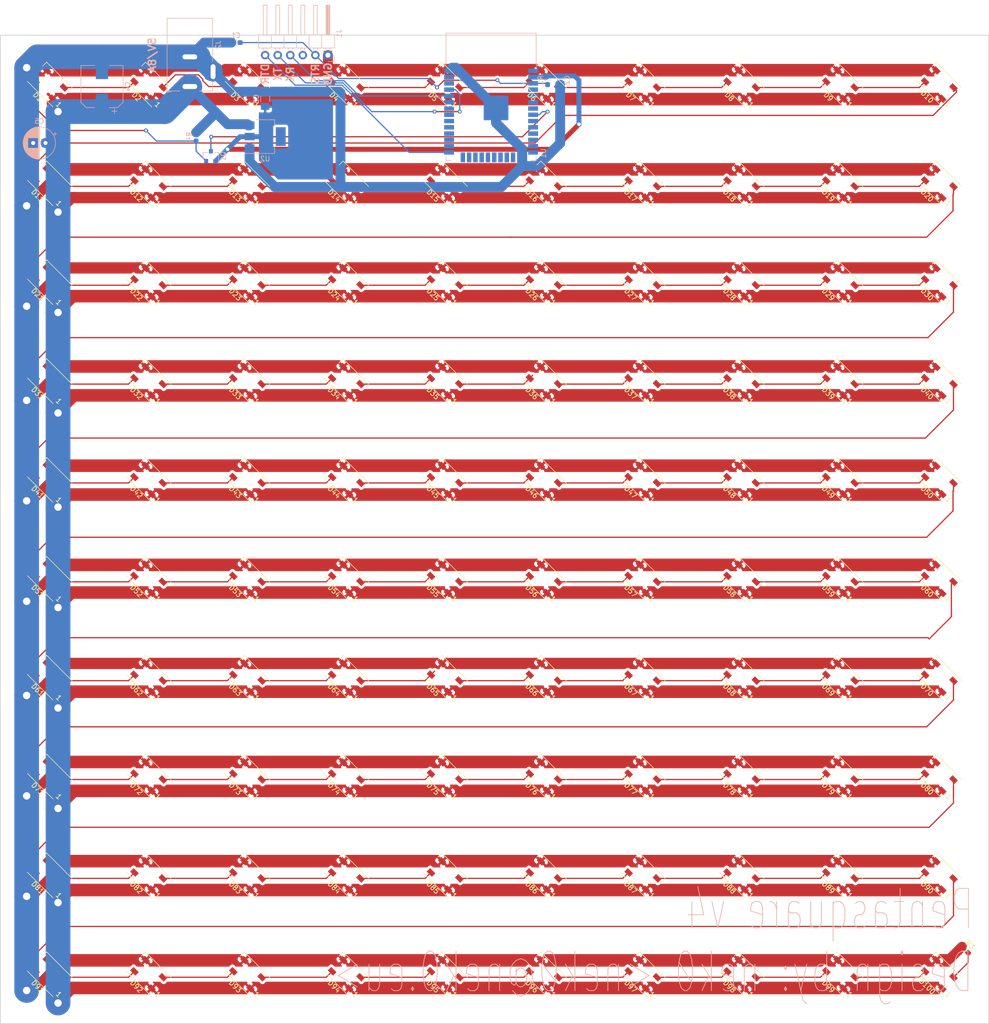
<source format=kicad_pcb>
(kicad_pcb (version 20211014) (generator pcbnew)

  (general
    (thickness 1.6)
  )

  (paper "A3" portrait)
  (layers
    (0 "F.Cu" signal)
    (31 "B.Cu" signal)
    (32 "B.Adhes" user "B.Adhesive")
    (33 "F.Adhes" user "F.Adhesive")
    (34 "B.Paste" user)
    (35 "F.Paste" user)
    (36 "B.SilkS" user "B.Silkscreen")
    (37 "F.SilkS" user "F.Silkscreen")
    (38 "B.Mask" user)
    (39 "F.Mask" user)
    (40 "Dwgs.User" user "User.Drawings")
    (41 "Cmts.User" user "User.Comments")
    (42 "Eco1.User" user "User.Eco1")
    (43 "Eco2.User" user "User.Eco2")
    (44 "Edge.Cuts" user)
    (45 "Margin" user)
    (46 "B.CrtYd" user "B.Courtyard")
    (47 "F.CrtYd" user "F.Courtyard")
    (48 "B.Fab" user)
    (49 "F.Fab" user)
  )

  (setup
    (pad_to_mask_clearance 0.2)
    (pcbplotparams
      (layerselection 0x00010fc_ffffffff)
      (disableapertmacros false)
      (usegerberextensions false)
      (usegerberattributes false)
      (usegerberadvancedattributes false)
      (creategerberjobfile false)
      (svguseinch false)
      (svgprecision 6)
      (excludeedgelayer true)
      (plotframeref false)
      (viasonmask false)
      (mode 1)
      (useauxorigin false)
      (hpglpennumber 1)
      (hpglpenspeed 20)
      (hpglpendiameter 15.000000)
      (dxfpolygonmode true)
      (dxfimperialunits true)
      (dxfusepcbnewfont true)
      (psnegative false)
      (psa4output false)
      (plotreference true)
      (plotvalue true)
      (plotinvisibletext false)
      (sketchpadsonfab false)
      (subtractmaskfromsilk false)
      (outputformat 1)
      (mirror false)
      (drillshape 0)
      (scaleselection 1)
      (outputdirectory "./out.gerber")
    )
  )

  (net 0 "")
  (net 1 "GND")
  (net 2 "Net-(D1-Pad2)")
  (net 3 "+5V")
  (net 4 "Net-(D2-Pad2)")
  (net 5 "Net-(D3-Pad2)")
  (net 6 "Net-(D4-Pad2)")
  (net 7 "Net-(D5-Pad2)")
  (net 8 "Net-(D6-Pad2)")
  (net 9 "Net-(D7-Pad2)")
  (net 10 "Net-(D8-Pad2)")
  (net 11 "Net-(D10-Pad4)")
  (net 12 "/sheet5B625F71/DIN")
  (net 13 "Net-(D13-Pad2)")
  (net 14 "Net-(D14-Pad2)")
  (net 15 "Net-(D11-Pad2)")
  (net 16 "Net-(D12-Pad2)")
  (net 17 "Net-(D26-Pad2)")
  (net 18 "Net-(D25-Pad2)")
  (net 19 "Net-(D37-Pad2)")
  (net 20 "Net-(D38-Pad2)")
  (net 21 "Net-(D15-Pad2)")
  (net 22 "Net-(D16-Pad2)")
  (net 23 "Net-(D17-Pad2)")
  (net 24 "Net-(D18-Pad2)")
  (net 25 "Net-(D19-Pad2)")
  (net 26 "/sheet5B625F76/DIN")
  (net 27 "Net-(D21-Pad2)")
  (net 28 "Net-(D22-Pad2)")
  (net 29 "Net-(D23-Pad2)")
  (net 30 "Net-(D24-Pad2)")
  (net 31 "Net-(D39-Pad2)")
  (net 32 "Net-(D27-Pad2)")
  (net 33 "Net-(D28-Pad2)")
  (net 34 "Net-(D29-Pad2)")
  (net 35 "/sheet5B625F7B/DIN")
  (net 36 "Net-(D31-Pad2)")
  (net 37 "Net-(D32-Pad2)")
  (net 38 "Net-(D33-Pad2)")
  (net 39 "Net-(D34-Pad2)")
  (net 40 "Net-(D35-Pad2)")
  (net 41 "Net-(D36-Pad2)")
  (net 42 "/sheet5B625F80/DIN")
  (net 43 "Net-(D41-Pad2)")
  (net 44 "Net-(D42-Pad2)")
  (net 45 "Net-(D43-Pad2)")
  (net 46 "Net-(D44-Pad2)")
  (net 47 "Net-(D45-Pad2)")
  (net 48 "Net-(D46-Pad2)")
  (net 49 "Net-(D47-Pad2)")
  (net 50 "Net-(D48-Pad2)")
  (net 51 "Net-(D49-Pad2)")
  (net 52 "/sheet5B625F85/DIN")
  (net 53 "Net-(D63-Pad2)")
  (net 54 "Net-(D64-Pad2)")
  (net 55 "Net-(D52-Pad2)")
  (net 56 "Net-(D51-Pad2)")
  (net 57 "Net-(D53-Pad2)")
  (net 58 "Net-(D54-Pad2)")
  (net 59 "Net-(D55-Pad2)")
  (net 60 "Net-(D56-Pad2)")
  (net 61 "Net-(D57-Pad2)")
  (net 62 "Net-(D58-Pad2)")
  (net 63 "Net-(D59-Pad2)")
  (net 64 "/sheet5B625F8A/DIN")
  (net 65 "Net-(D61-Pad2)")
  (net 66 "Net-(D62-Pad2)")
  (net 67 "Net-(D75-Pad2)")
  (net 68 "Net-(D76-Pad2)")
  (net 69 "Net-(D88-Pad2)")
  (net 70 "Net-(D87-Pad2)")
  (net 71 "Net-(D65-Pad2)")
  (net 72 "Net-(D66-Pad2)")
  (net 73 "Net-(D67-Pad2)")
  (net 74 "Net-(D68-Pad2)")
  (net 75 "Net-(D69-Pad2)")
  (net 76 "/sheet5B625F8F/DIN")
  (net 77 "Net-(D71-Pad2)")
  (net 78 "Net-(D72-Pad2)")
  (net 79 "Net-(D73-Pad2)")
  (net 80 "Net-(D74-Pad2)")
  (net 81 "Net-(D89-Pad2)")
  (net 82 "Net-(D77-Pad2)")
  (net 83 "Net-(D78-Pad2)")
  (net 84 "Net-(D79-Pad2)")
  (net 85 "/sheet5B625F94/DIN")
  (net 86 "Net-(D81-Pad2)")
  (net 87 "Net-(D82-Pad2)")
  (net 88 "Net-(D83-Pad2)")
  (net 89 "Net-(D84-Pad2)")
  (net 90 "Net-(D85-Pad2)")
  (net 91 "Net-(D86-Pad2)")
  (net 92 "/sheet5B625F99/DIN")
  (net 93 "Net-(D91-Pad2)")
  (net 94 "Net-(D92-Pad2)")
  (net 95 "Net-(D93-Pad2)")
  (net 96 "Net-(D94-Pad2)")
  (net 97 "Net-(D95-Pad2)")
  (net 98 "Net-(D96-Pad2)")
  (net 99 "Net-(D97-Pad2)")
  (net 100 "Net-(D98-Pad2)")
  (net 101 "Net-(D100-Pad4)")
  (net 102 "/sheet5B625F99/DOUT")
  (net 103 "+3V3")
  (net 104 "/RTS")
  (net 105 "/DATA")
  (net 106 "/DTR")
  (net 107 "/RX")
  (net 108 "/TX")
  (net 109 "Net-(Q1-Pad3)")

  (footprint "LED_SMD:LED_WS2812B_PLCC4_5.0x5.0mm_P3.2mm" (layer "F.Cu") (at 45 25 135))

  (footprint "LED_SMD:LED_WS2812B_PLCC4_5.0x5.0mm_P3.2mm" (layer "F.Cu") (at 65 25 135))

  (footprint "LED_SMD:LED_WS2812B_PLCC4_5.0x5.0mm_P3.2mm" (layer "F.Cu") (at 85 25 135))

  (footprint "LED_SMD:LED_WS2812B_PLCC4_5.0x5.0mm_P3.2mm" (layer "F.Cu") (at 105 25 135))

  (footprint "LED_SMD:LED_WS2812B_PLCC4_5.0x5.0mm_P3.2mm" (layer "F.Cu") (at 125 25 135))

  (footprint "LED_SMD:LED_WS2812B_PLCC4_5.0x5.0mm_P3.2mm" (layer "F.Cu") (at 145 25 135))

  (footprint "LED_SMD:LED_WS2812B_PLCC4_5.0x5.0mm_P3.2mm" (layer "F.Cu") (at 165 25 135))

  (footprint "LED_SMD:LED_WS2812B_PLCC4_5.0x5.0mm_P3.2mm" (layer "F.Cu") (at 185 25 135))

  (footprint "LED_SMD:LED_WS2812B_PLCC4_5.0x5.0mm_P3.2mm" (layer "F.Cu") (at 205 25 135))

  (footprint "LED_SMD:LED_WS2812B_PLCC4_5.0x5.0mm_P3.2mm" (layer "F.Cu") (at 25 45 135))

  (footprint "LED_SMD:LED_WS2812B_PLCC4_5.0x5.0mm_P3.2mm" (layer "F.Cu") (at 125 65 135))

  (footprint "LED_SMD:LED_WS2812B_PLCC4_5.0x5.0mm_P3.2mm" (layer "F.Cu") (at 165 85 135))

  (footprint "LED_SMD:LED_WS2812B_PLCC4_5.0x5.0mm_P3.2mm" (layer "F.Cu") (at 105 45 135))

  (footprint "LED_SMD:LED_WS2812B_PLCC4_5.0x5.0mm_P3.2mm" (layer "F.Cu") (at 125 45 135))

  (footprint "LED_SMD:LED_WS2812B_PLCC4_5.0x5.0mm_P3.2mm" (layer "F.Cu") (at 145 45 135))

  (footprint "LED_SMD:LED_WS2812B_PLCC4_5.0x5.0mm_P3.2mm" (layer "F.Cu") (at 185 45 135))

  (footprint "LED_SMD:LED_WS2812B_PLCC4_5.0x5.0mm_P3.2mm" (layer "F.Cu") (at 205 45 135))

  (footprint "LED_SMD:LED_WS2812B_PLCC4_5.0x5.0mm_P3.2mm" (layer "F.Cu") (at 25 65 135))

  (footprint "LED_SMD:LED_WS2812B_PLCC4_5.0x5.0mm_P3.2mm" (layer "F.Cu") (at 45 65 135))

  (footprint "LED_SMD:LED_WS2812B_PLCC4_5.0x5.0mm_P3.2mm" (layer "F.Cu") (at 65 65 135))

  (footprint "LED_SMD:LED_WS2812B_PLCC4_5.0x5.0mm_P3.2mm" (layer "F.Cu") (at 85 65 135))

  (footprint "LED_SMD:LED_WS2812B_PLCC4_5.0x5.0mm_P3.2mm" (layer "F.Cu") (at 105 65 135))

  (footprint "LED_SMD:LED_WS2812B_PLCC4_5.0x5.0mm_P3.2mm" (layer "F.Cu") (at 185 85 135))

  (footprint "LED_SMD:LED_WS2812B_PLCC4_5.0x5.0mm_P3.2mm" (layer "F.Cu") (at 145 65 135))

  (footprint "LED_SMD:LED_WS2812B_PLCC4_5.0x5.0mm_P3.2mm" (layer "F.Cu") (at 165 65 135))

  (footprint "LED_SMD:LED_WS2812B_PLCC4_5.0x5.0mm_P3.2mm" (layer "F.Cu") (at 185 65 135))

  (footprint "LED_SMD:LED_WS2812B_PLCC4_5.0x5.0mm_P3.2mm" (layer "F.Cu") (at 205 65 135))

  (footprint "LED_SMD:LED_WS2812B_PLCC4_5.0x5.0mm_P3.2mm" (layer "F.Cu") (at 25 85 135))

  (footprint "LED_SMD:LED_WS2812B_PLCC4_5.0x5.0mm_P3.2mm" (layer "F.Cu") (at 45 85 135))

  (footprint "LED_SMD:LED_WS2812B_PLCC4_5.0x5.0mm_P3.2mm" (layer "F.Cu") (at 65 85 135))

  (footprint "LED_SMD:LED_WS2812B_PLCC4_5.0x5.0mm_P3.2mm" (layer "F.Cu") (at 105 85 135))

  (footprint "LED_SMD:LED_WS2812B_PLCC4_5.0x5.0mm_P3.2mm" (layer "F.Cu") (at 125 85 135))

  (footprint "LED_SMD:LED_WS2812B_PLCC4_5.0x5.0mm_P3.2mm" (layer "F.Cu") (at 145 85 135))

  (footprint "LED_SMD:LED_WS2812B_PLCC4_5.0x5.0mm_P3.2mm" (layer "F.Cu") (at 25 25 135))

  (footprint "LED_SMD:LED_WS2812B_PLCC4_5.0x5.0mm_P3.2mm" (layer "F.Cu") (at 65 45 135))

  (footprint "LED_SMD:LED_WS2812B_PLCC4_5.0x5.0mm_P3.2mm" (layer "F.Cu") (at 205 85 135))

  (footprint "LED_SMD:LED_WS2812B_PLCC4_5.0x5.0mm_P3.2mm" (layer "F.Cu") (at 25 105 135))

  (footprint "LED_SMD:LED_WS2812B_PLCC4_5.0x5.0mm_P3.2mm" (layer "F.Cu") (at 45 105 135))

  (footprint "LED_SMD:LED_WS2812B_PLCC4_5.0x5.0mm_P3.2mm" (layer "F.Cu") (at 65 105 135))

  (footprint "LED_SMD:LED_WS2812B_PLCC4_5.0x5.0mm_P3.2mm" (layer "F.Cu") (at 125 105 135))

  (footprint "LED_SMD:LED_WS2812B_PLCC4_5.0x5.0mm_P3.2mm" (layer "F.Cu") (at 145 105 135))

  (footprint "LED_SMD:LED_WS2812B_PLCC4_5.0x5.0mm_P3.2mm" (layer "F.Cu") (at 165 105 135))

  (footprint "LED_SMD:LED_WS2812B_PLCC4_5.0x5.0mm_P3.2mm" (layer "F.Cu") (at 185 105 135))

  (footprint "LED_SMD:LED_WS2812B_PLCC4_5.0x5.0mm_P3.2mm" (layer "F.Cu") (at 205 105 135))

  (footprint "LED_SMD:LED_WS2812B_PLCC4_5.0x5.0mm_P3.2mm" (layer "F.Cu") (at 85 145 135))

  (footprint "LED_SMD:LED_WS2812B_PLCC4_5.0x5.0mm_P3.2mm" (layer "F.Cu") (at 65 125 135))

  (footprint "LED_SMD:LED_WS2812B_PLCC4_5.0x5.0mm_P3.2mm" (layer "F.Cu") (at 85 125 135))

  (footprint "LED_SMD:LED_WS2812B_PLCC4_5.0x5.0mm_P3.2mm" (layer "F.Cu") (at 105 125 135))

  (footprint "LED_SMD:LED_WS2812B_PLCC4_5.0x5.0mm_P3.2mm" (layer "F.Cu") (at 125 125 135))

  (footprint "LED_SMD:LED_WS2812B_PLCC4_5.0x5.0mm_P3.2mm" (layer "F.Cu") (at 145 125 135))

  (footprint "LED_SMD:LED_WS2812B_PLCC4_5.0x5.0mm_P3.2mm" (layer "F.Cu") (at 165 125 135))

  (footprint "LED_SMD:LED_WS2812B_PLCC4_5.0x5.0mm_P3.2mm" (layer "F.Cu") (at 185 125 135))

  (footprint "LED_SMD:LED_WS2812B_PLCC4_5.0x5.0mm_P3.2mm" (layer "F.Cu") (at 25 145 135))

  (footprint "LED_SMD:LED_WS2812B_PLCC4_5.0x5.0mm_P3.2mm" (layer "F.Cu") (at 45 145 135))

  (footprint "LED_SMD:LED_WS2812B_PLCC4_5.0x5.0mm_P3.2mm" (layer "F.Cu") (at 125 165 135))

  (footprint "LED_SMD:LED_WS2812B_PLCC4_5.0x5.0mm_P3.2mm" (layer "F.Cu")
    (tedit 5AA4B285) (tstamp 00000000-0000-0000-0000-00005b724335)
    (at 165 185 135)
    (descr "https://cdn-shop.adafruit.com/datasheets/WS2812B.pdf")
    (tags "LED RGB NeoPixel")
    (path "/00000000-0000-0000-0000-00005b625f98/00000000-0000-0000-0000-00005b62509b")
    (attr smd)
    (fp_text reference "D88" (at 0 -3.5 135) (layer "F.SilkS")
      (effects (font (size 1 1) (thickness 0.15)))
      (tstamp 530bf77a-098b-4663-88fc-42c638b3203b)
    )
    (fp_text value "WS2812B" (at 0 4 135) (layer "F.Fab")
      (effects (font (size 1 1) (thickness 0.15)))
      (tstamp 0e125a7f-922b-4c13-ae88-b005efbae8ad)
    )
    (fp_text user "1" (at -4.15 -1.6 135) (layer "F.SilkS")
      (effects (font (size 1 1) (thickness 0.15)))
      (tstamp 48e731a8-bcc1-4017-aa36-d1f8a69914e8)
    )
    (fp_text user "${REFERENCE}" (at 0 0 135) (layer "F.Fab")
      (effects (font (size 0.8 0.8) (thickness 0.15)))
      (tstamp 8d1d4727-bd61-416e-9c44-8ffc40446e8c)
    )
    (fp_line (start 3.65 2.75) (end 3.65 1.6) (layer "F.SilkS") (width 0.12) (tstamp 45618754-ab24-48cd-80ab-1073b381ec28))
    (fp_line (start -3.65 2.75) (end 3.65 2.75) (layer "F.SilkS") (width 0.12) (tstamp c35cbce7-891b-47f5-a09f-fe3848d1e8af))
    (fp_line (start -3.65 -2.75) (end 3.65 -2.75) (layer "F.SilkS") (width 0.12) (tstamp fb4f6446-ff04-47a7-ae19-9d3058a797d6))
    (fp_line (start -3.45 2.75) (end 3.45 2.75) (layer "F.CrtYd") (width 0.05) (tstamp 206eab3c-2aa7-433d-86eb-36ad23aaadaa))
    (fp_line (start -3.45 -2.75) (end -3.45 2.75) (layer "F.CrtYd") (width 0.05) (tstamp 44f363ea-de44-4667-b885-a170520d2476))
    (fp_line (start 3.45 2.75) (end 3.45 -2.75) (layer "F.CrtYd") (width 0.05) (tstamp bbd0c4be-9f25-49cd-9529-d12dbdc25f43))
    (fp_line (start 3.45 -2.75) (end -3.45 -2.75) (layer "F.CrtYd") (width 0.05) (tstamp c1c05d99-4d58-45cb-8877-aa3b3103c753))
    (fp_line (start 2.5 -2.5) (end -2.5 -2.5) (layer "F.Fab") (width 0.1) (tstamp 3c5900e3-1f9f-4261-bdd6-85047be4caa3))
    (fp_line (start 2.5 1.5) (end 1.5 2.5) (layer "F.Fab") (width 0.1) (tstamp 73f8d70d-a4a5-4c34-b218-084aefe67c08))
    (fp_line (start -2.5 -2.5) (end -2.5 2.5) (layer "F.Fab") (width 0.1) (tstamp 8c90c18a-e48a-4eb9-b5cf-22d6931a8ecf))
    (fp_line (start -2.5 2.5) (end 2.5 2.5) (layer "F.Fab") (width 0.1) (tstamp d333ae8f-e1e6-40ba-82d0-703653e00b4f))
    (fp_line (start 2.5 2.5) (end 2.5 -2.5) (layer "F.Fab") (width 0.1) (tstamp eddfd281-2cff-4809-9529-1616d56f06c6))
    (fp_circle (center 0 0) (end 0 -2) (layer "F.Fab") (width
... [672672 chars truncated]
</source>
